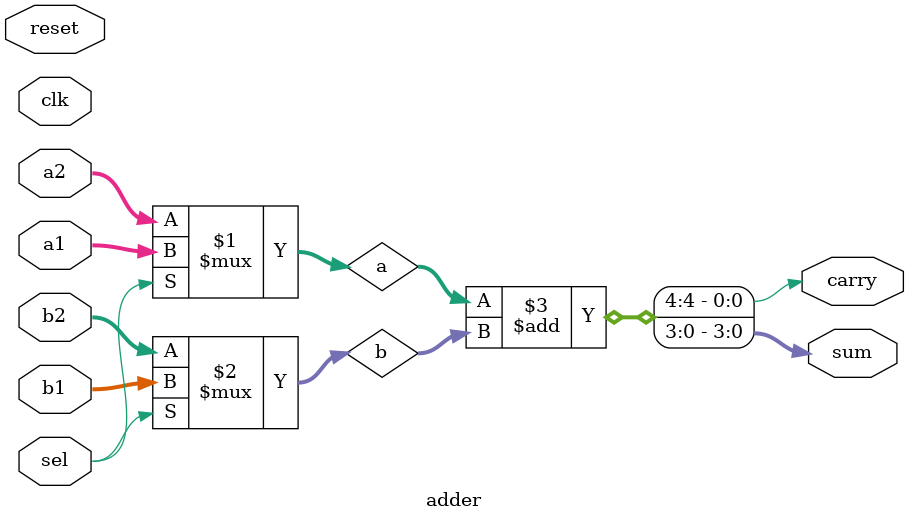
<source format=sv>
`define share_resource
module adder
#(
    parameter add_bit = 4
)
(
    input clk,
    input reset,
    input [add_bit-1:0] a1,
    input [add_bit-1:0] a2,
    input [add_bit-1:0] b1,
    input [add_bit-1:0] b2,
    input sel,
    output logic [add_bit-1:0] sum,
    output logic carry
);
`ifdef share_resource
    logic [add_bit-1:0] a;
    logic [add_bit-1:0] b;
    assign a = sel ? a1 : a2;
    assign b = sel ? b1 : b2;
    assign {carry,sum} = a + b;
`else
    logic [add_bit-1:0] sum1;
    logic [add_bit-1:0] sum2;
    logic carry1;
    logic carry2;
    assign {carry1,sum1} = a1 + b1;
    assign {carry2,sum2} = a2 + b2;
    assign carry = sel ? carry1 : carry2;
    assign sum = sel ? sum1 : sum2;
`endif
endmodule
</source>
